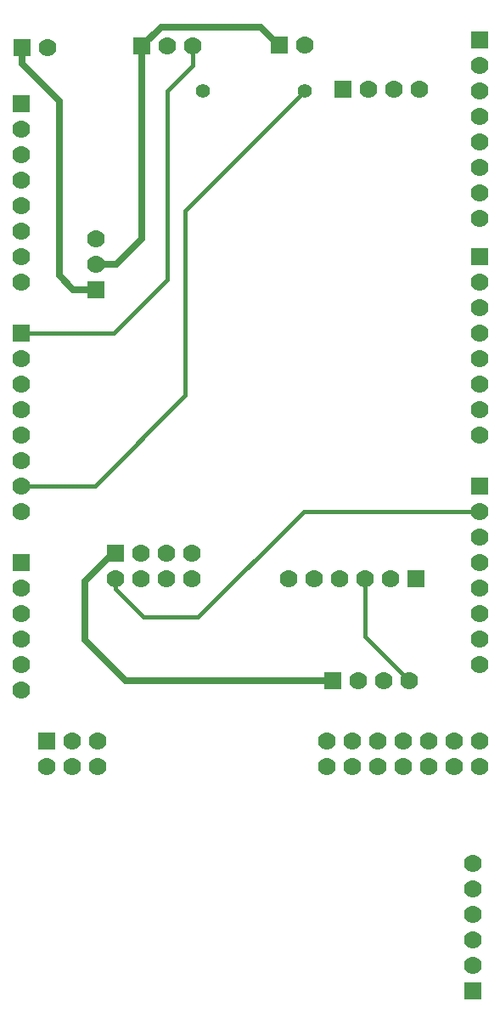
<source format=gtl>
G04 Layer_Physical_Order=1*
G04 Layer_Color=255*
%FSLAX25Y25*%
%MOIN*%
G70*
G01*
G75*
%ADD10C,0.01500*%
%ADD11C,0.02500*%
%ADD12C,0.07000*%
%ADD13R,0.07000X0.07000*%
%ADD14R,0.07000X0.07000*%
%ADD15C,0.05512*%
D10*
X435000Y208500D02*
Y231000D01*
Y208500D02*
X452500Y191000D01*
X411000Y257500D02*
X480000D01*
X369500Y216000D02*
X411000Y257500D01*
X337000Y227000D02*
Y231000D01*
Y227000D02*
X348000Y216000D01*
X369500D01*
X367500Y432500D02*
Y440000D01*
X357500Y422500D02*
X367500Y432500D01*
X357500Y348500D02*
Y422500D01*
X336500Y327500D02*
X357500Y348500D01*
X300000Y327500D02*
X336500D01*
X300000Y267500D02*
X329000D01*
X364500Y303000D01*
Y375500D01*
X411500Y422500D01*
D11*
X336000Y241000D02*
X337000D01*
X325000Y230000D02*
X336000Y241000D01*
X325000Y207000D02*
Y230000D01*
Y207000D02*
X341000Y191000D01*
X422500D01*
X347500Y440000D02*
X355000Y447500D01*
X394000D01*
X401000Y440500D01*
X401500D01*
X300500Y433000D02*
Y439500D01*
Y433000D02*
X315000Y418500D01*
Y350000D02*
Y418500D01*
Y350000D02*
X320500Y344500D01*
X329500D01*
X347500Y364500D02*
Y440000D01*
X337500Y354500D02*
X347500Y364500D01*
X329500Y354500D02*
X337500D01*
D12*
X480000Y167500D02*
D03*
X470000D02*
D03*
X460000D02*
D03*
X450000D02*
D03*
X440000D02*
D03*
X430000D02*
D03*
X420000D02*
D03*
X480000Y157500D02*
D03*
X470000D02*
D03*
X460000D02*
D03*
X450000D02*
D03*
X440000D02*
D03*
X430000D02*
D03*
X420000D02*
D03*
X320000D02*
D03*
X310000D02*
D03*
X320000Y167500D02*
D03*
X330000D02*
D03*
Y157500D02*
D03*
X477500Y79500D02*
D03*
Y89500D02*
D03*
Y99500D02*
D03*
Y109500D02*
D03*
Y119500D02*
D03*
X445000Y231000D02*
D03*
X435000D02*
D03*
X425000D02*
D03*
X415000D02*
D03*
X405000D02*
D03*
X300000Y347500D02*
D03*
Y357500D02*
D03*
Y367500D02*
D03*
Y377500D02*
D03*
Y387500D02*
D03*
Y397500D02*
D03*
Y407500D02*
D03*
X432500Y191000D02*
D03*
X442500D02*
D03*
X452500D02*
D03*
X480000Y372500D02*
D03*
Y382500D02*
D03*
Y392500D02*
D03*
Y402500D02*
D03*
Y412500D02*
D03*
Y422500D02*
D03*
Y432500D02*
D03*
Y287500D02*
D03*
Y297500D02*
D03*
Y307500D02*
D03*
Y317500D02*
D03*
Y327500D02*
D03*
Y337500D02*
D03*
Y347500D02*
D03*
Y197500D02*
D03*
Y207500D02*
D03*
Y217500D02*
D03*
Y227500D02*
D03*
Y237500D02*
D03*
Y247500D02*
D03*
Y257500D02*
D03*
X300000Y227500D02*
D03*
Y217500D02*
D03*
Y207500D02*
D03*
Y197500D02*
D03*
Y187500D02*
D03*
Y257500D02*
D03*
Y267500D02*
D03*
Y277500D02*
D03*
Y287500D02*
D03*
Y297500D02*
D03*
Y307500D02*
D03*
Y317500D02*
D03*
X347000Y241000D02*
D03*
X357000D02*
D03*
X367000D02*
D03*
X337000Y231000D02*
D03*
X347000D02*
D03*
X357000D02*
D03*
X367000D02*
D03*
X329500Y364500D02*
D03*
Y354500D02*
D03*
X310500Y439500D02*
D03*
X367500Y440000D02*
D03*
X357500D02*
D03*
X411500Y440500D02*
D03*
X436500Y423000D02*
D03*
X446500D02*
D03*
X456500D02*
D03*
D13*
X310000Y167500D02*
D03*
X455000Y231000D02*
D03*
X422500Y191000D02*
D03*
X337000Y241000D02*
D03*
X300500Y439500D02*
D03*
X347500Y440000D02*
D03*
X401500Y440500D02*
D03*
X426500Y423000D02*
D03*
D14*
X477500Y69500D02*
D03*
X300000Y417500D02*
D03*
X480000Y442500D02*
D03*
Y357500D02*
D03*
Y267500D02*
D03*
X300000Y237500D02*
D03*
Y327500D02*
D03*
X329500Y344500D02*
D03*
D15*
X411500Y422500D02*
D03*
X371500D02*
D03*
M02*

</source>
